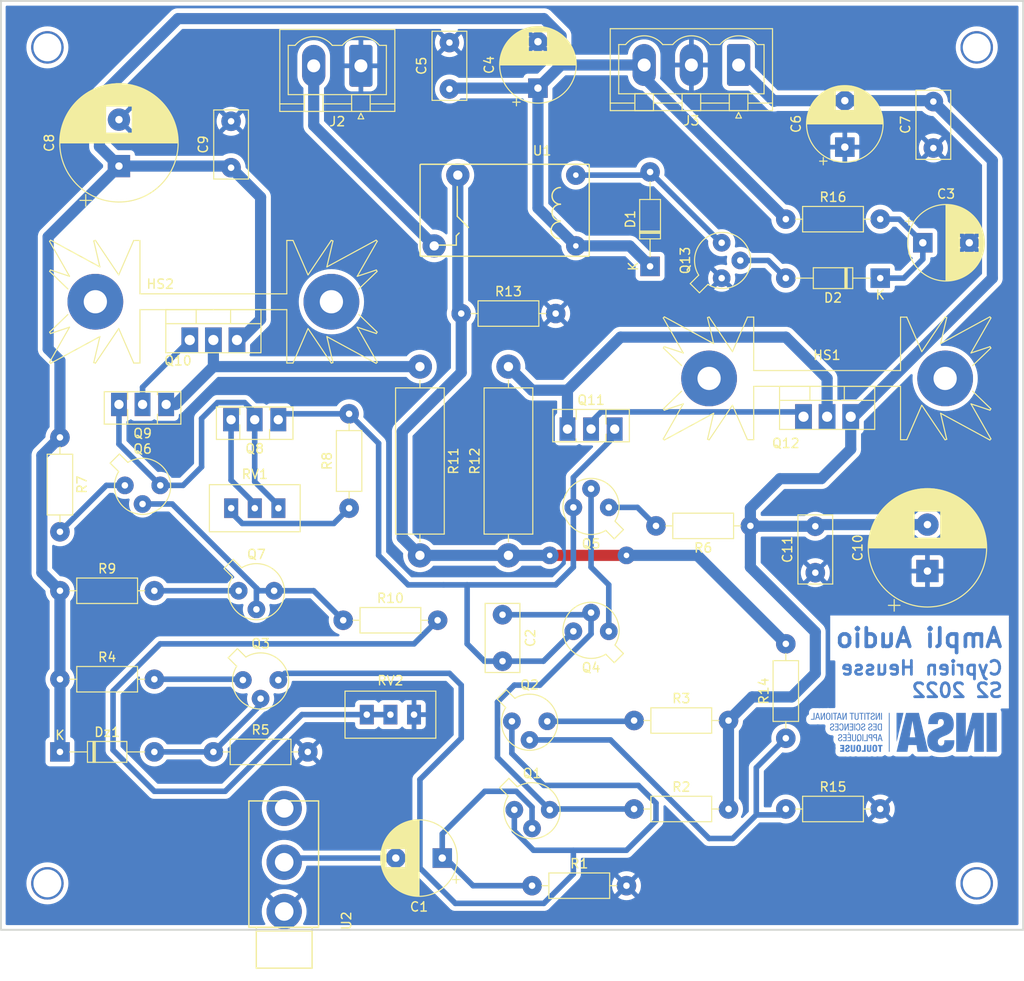
<source format=kicad_pcb>
(kicad_pcb (version 20211014) (generator pcbnew)
  (title_block (title "Amplificateur Audio") (date "2022-03-09") (rev "V1.0") (company "INSA Toulouse"))
  (layers (0 "F.Cu" signal) (31 "B.Cu" signal) (34 "B.Paste" user) (35 "F.Paste" user) (36 "B.SilkS" user "B.Silkscreen") (37 "F.SilkS" user "F.Silkscreen") (38 "B.Mask" user) (39 "F.Mask" user) (44 "Edge.Cuts" user))
  (net 0 "")
  (net 1 "Net-(C1-Pad2)")
  (net 2 "Net-(C1-Pad1)")
  (net 3 "Net-(C2-Pad1)")
  (net 4 "Net-(C2-Pad2)")
  (net 5 "GND")
  (net 6 "Net-(C3-Pad1)")
  (net 7 "+12V")
  (net 8 "-12V")
  (net 9 "Net-(D1-Pad2)")
  (net 10 "Net-(D2-Pad2)")
  (net 11 "Net-(Dz1-Pad2)")
  (net 12 "Net-(J2-Pad2)")
  (net 13 "Net-(Q1-Pad1)")
  (net 14 "Net-(Q2-Pad2)")
  (net 15 "Net-(Q2-Pad3)")
  (net 16 "Net-(Q3-Pad1)")
  (net 17 "Net-(Q4-Pad1)")
  (net 18 "Net-(Q5-Pad1)")
  (net 19 "Net-(Q6-Pad1)")
  (net 20 "Net-(Q6-Pad2)")
  (net 21 "Net-(Q6-Pad3)")
  (net 22 "Net-(Q7-Pad1)")
  (net 23 "Net-(Q8-Pad3)")
  (net 24 "Net-(Q10-Pad2)")
  (net 25 "Net-(Q10-Pad1)")
  (net 26 "Net-(Q11-Pad1)")
  (net 27 "Net-(Q11-Pad2)")
  (net 28 "Net-(R8-Pad1)")
  (net 29 "Net-(R10-Pad2)")
  (net 30 "Net-(R11-Pad2)")
  (footprint "CmpAmpliAudioTR:R_Axial_DIN0207_L6.3mm_D2.5mm_P10.16mm_Horizontal" (layer "F.Cu") (at 93.529724 102.87)
    (fp_text reference "R3")
    (fp_text value "R")
  )
  (footprint "CmpAmpliAudioTR:TO-18-3" (layer "F.Cu") (at 52.07 98.609724)
    (fp_text reference "Q3")
    (fp_text value "2N2907")
  )
  (footprint "CmpAmpliAudioTR:TO-18-3" (layer "F.Cu") (at 90.17 93.160276 180)
    (fp_text reference "Q4")
    (fp_text value "2N2222")
  )
  (footprint "CmpAmpliAudioTR:Jack_35RAPC2AV" (layer "F.Cu") (at 55.88 125.5275 90)
    (fp_text reference "U2")
    (fp_text value "Jack_Mono")
  )
  (footprint "CmpAmpliAudioTR:TO-126-3_Vertical" (layer "F.Cu") (at 86.36 71.495)
    (fp_text reference "Q11")
    (fp_text value "BD138")
  )
  (footprint "CmpAmpliAudioTR:R_Axial_DIN0207_L6.3mm_D2.5mm_P10.16mm_Horizontal" (layer "F.Cu") (at 82.55 120.65)
    (fp_text reference "R1")
    (fp_text value "R")
  )
  (footprint "CmpAmpliAudioTR:R_Axial_DIN0516_L15.5mm_D5.0mm_P20.32mm_Horizontal" (layer "F.Cu") (at 80.01 85.09 90)
    (fp_text reference "R12")
    (fp_text value "R")
  )
  (footprint "CmpAmpliAudioTR:C_Rect_L7.2mm_W3.5mm_P5.00mm_FKS2_FKP2_MKS2_MKP2" (layer "F.Cu") (at 113.03 86.955 90)
    (fp_text reference "C11")
    (fp_text value "100n")
  )
  (footprint "CmpAmpliAudioTR:TO-18-3" (layer "F.Cu") (at 103.054724 54.61 90)
    (fp_text reference "Q13")
    (fp_text value "2N2222")
  )
  (footprint "CmpAmpliAudioTR:C_Rect_L7.2mm_W3.5mm_P5.00mm_FKS2_FKP2_MKS2_MKP2" (layer "F.Cu") (at 50.165 43.356041 90)
    (fp_text reference "C9")
    (fp_text value "100n")
  )
  (footprint "CmpAmpliAudioTR:D_DO-35_SOD27_P10.16mm_Horizontal" (layer "F.Cu") (at 120.015 55.245 180)
    (fp_text reference "D2")
    (fp_text value "D_Zener")
  )
  (footprint "CmpAmpliAudioTR:C_Rect_L7.2mm_W3.5mm_P5.00mm_FKS2_FKP2_MKS2_MKP2" (layer "F.Cu") (at 73.66 34.885 90)
    (fp_text reference "C5")
    (fp_text value "100n")
  )
  (footprint "CmpAmpliAudioTR:R_Axial_DIN0207_L6.3mm_D2.5mm_P10.16mm_Horizontal" (layer "F.Cu") (at 109.855 112.395)
    (fp_text reference "R15")
    (fp_text value "R")
  )
  (footprint "CmpAmpliAudioTR:Relais_112LMH2" (layer "F.Cu") (at 112.3275 34.6275 180)
    (fp_text reference "U1")
    (fp_text value "Relay_1CT")
  )
  (footprint "CmpAmpliAudioTR:CP_Radial_D8.0mm_P5.00mm" (layer "F.Cu") (at 124.597349 51.435)
    (fp_text reference "C3")
    (fp_text value "100u")
  )
  (footprint "CmpAmpliAudioTR:CP_Radial_D12.5mm_P5.00mm" (layer "F.Cu") (at 38.1 43.18 90)
    (fp_text reference "C8")
    (fp_text value "470u")
  )
  (footprint "CmpAmpliAudioTR:TO-220-3_Vertical" (layer "F.Cu") (at 111.76 70.16)
    (fp_text reference "Q12")
    (fp_text value "TIP31")
  )
  (footprint "CmpAmpliAudioTR:Potentiometer_Bourns_3296W_Vertical" (layer "F.Cu") (at 69.85 102.235)
    (fp_text reference "RV2")
    (fp_text value "R_POT")
  )
  (footprint "CmpAmpliAudioTR:D_DO-35_SOD27_P10.16mm_Horizontal" (layer "F.Cu") (at 95.25 53.975 90)
    (fp_text reference "D1")
    (fp_text value "1N4148")
  )
  (footprint "CmpAmpliAudioTR:R_Axial_DIN0207_L6.3mm_D2.5mm_P10.16mm_Horizontal" (layer "F.Cu") (at 62.865 80.01 90)
    (fp_text reference "R8")
    (fp_text value "R")
  )
  (footprint "CmpAmpliAudioTR:R_Axial_DIN0207_L6.3mm_D2.5mm_P10.16mm_Horizontal" (layer "F.Cu") (at 31.75 88.9)
    (fp_text reference "R9")
    (fp_text value "R")
  )
  (footprint "CmpAmpliAudioTR:PhoenixContact_MSTBVA_2,5_2-G-5,08_1x02_P5.08mm_Vertical" (layer "F.Cu") (at 64.135 32.385 180)
    (fp_text reference "J2")
    (fp_text value "Conn_01x02")
  )
  (footprint "CmpAmpliAudioTR:R_Axial_DIN0207_L6.3mm_D2.5mm_P10.16mm_Horizontal" (layer "F.Cu") (at 109.855 104.775 90)
    (fp_text reference "R14")
    (fp_text value "R")
  )
  (footprint "CmpAmpliAudioTR:TO-18-3" (layer "F.Cu") (at 81.014448 103.054724)
    (fp_text reference "Q2")
    (fp_text value "2N2907")
  )
  (footprint "CmpAmpliAudioTR:R_Axial_DIN0207_L6.3mm_D2.5mm_P10.16mm_Horizontal" (layer "F.Cu") (at 31.75 72.39 -90)
    (fp_text reference "R7")
    (fp_text value "R")
  )
  (footprint "CmpAmpliAudioTR:TO-126-3_Vertical" (layer "F.Cu") (at 55.245 70.485 180)
    (fp_text reference "Q8")
    (fp_text value "BD139")
  )
  (footprint "CmpAmpliAudioTR:CP_Radial_D8.0mm_P5.00mm" (layer "F.Cu") (at 72.887651 117.6775 180)
    (fp_text reference "C1")
    (fp_text value "47u")
  )
  (footprint "CmpAmpliAudioTR:C_Rect_L7.2mm_W3.5mm_P5.00mm_FKS2_FKP2_MKS2_MKP2" (layer "F.Cu") (at 79.375 91.48 -90)
    (fp_text reference "C2")
    (fp_text value "C")
  )
  (footprint "CmpAmpliAudioTR:CP_Radial_D8.0mm_P5.00mm" (layer "F.Cu") (at 116.205 41.137651 90)
    (fp_text reference "C6")
    (fp_text value "10u")
  )
  (footprint "CmpAmpliAudioTR:R_Axial_DIN0207_L6.3mm_D2.5mm_P10.16mm_Horizontal" (layer "F.Cu") (at 31.75 98.425)
    (fp_text reference "R4")
    (fp_text value "R")
  )
  (footprint "CmpAmpliAudioTR:R_Axial_DIN0207_L6.3mm_D2.5mm_P10.16mm_Horizontal" (layer "F.Cu") (at 74.93 59.055)
    (fp_text reference "R13")
    (fp_text value "R")
  )
  (footprint "CmpAmpliAudioTR:TO-18-3" (layer "F.Cu") (at 81.28 112.579724)
    (fp_text reference "Q1")
    (fp_text value "2N2907")
  )
  (footprint "CmpAmpliAudioTR:D_DO-35_SOD27_P10.16mm_Horizontal" (layer "F.Cu") (at 31.75 106.2475)
    (fp_text reference "Dz1")
    (fp_text value "BZX55C5V1")
  )
  (footprint "CmpAmpliAudioTR:R_Axial_DIN0207_L6.3mm_D2.5mm_P10.16mm_Horizontal" (layer "F.Cu") (at 109.855 48.895)
    (fp_text reference "R16")
    (fp_text value "R")
  )
  (footprint "CmpAmpliAudioTR:Heatsink_Fischer_SK104-STC-STIC_35x13mm_2xDrill2.5mm" (layer "F.Cu") (at 48.26 57.785)
    (fp_text reference "HS2")
    (fp_text value "Heatsink")
  )
  (footprint "CmpAmpliAudioTR:TO-18-3" (layer "F.Cu") (at 39.37 77.654724)
    (fp_text reference "Q6")
    (fp_text value "2N2907")
  )
  (footprint "CmpAmpliAudioTR:TO-220-3_Vertical" (layer "F.Cu") (at 45.72 61.905)
    (fp_text reference "Q10")
    (fp_text value "TIP32")
  )
  (footprint "CmpAmpliAudioTR:Potentiometer_Bourns_3296W_Vertical" (layer "F.Cu") (at 55.255 80.01)
    (fp_text reference "RV1")
    (fp_text value "R_POT")
  )
  (footprint "CmpAmpliAudioTR:TO-18-3" (layer "F.Cu") (at 90.17 79.825276 180)
    (fp_text reference "Q5")
    (fp_text value "2N2222")
  )
  (footprint "CmpAmpliAudioTR:R_Axial_DIN0207_L6.3mm_D2.5mm_P10.16mm_Horizontal" (layer "F.Cu") (at 106.045 81.915 180)
    (fp_text reference "R6")
    (fp_text value "R")
  )
  (footprint "CmpAmpliAudioTR:PhoenixContact_MSTBVA_2,5_3-G-5,08_1x03_P5.08mm_Vertical" (layer "F.Cu") (at 104.775 32.2975 180)
    (fp_text reference "J3")
    (fp_text value "Conn_01x03")
  )
  (footprint "CmpAmpliAudioTR:TO-18-3" (layer "F.Cu") (at 51.619724 89)
    (fp_text reference "Q7")
    (fp_text value "2N2907")
  )
  (footprint "CmpAmpliAudioTR:CP_Radial_D12.5mm_P5.00mm" (layer "F.Cu") (at 125.095 86.778959 90)
    (fp_text reference "C10")
    (fp_text value "470u")
  )
  (footprint "CmpAmpliAudioTR:R_Axial_DIN0207_L6.3mm_D2.5mm_P10.16mm_Horizontal" (layer "F.Cu") (at 62.23 92.075)
    (fp_text reference "R10")
    (fp_text value "R")
  )
  (footprint "CmpAmpliAudioTR:Heatsink_Fischer_SK104-STC-STIC_35x13mm_2xDrill2.5mm" (layer "F.Cu") (at 114.3 66.04)
    (fp_text reference "HS1")
    (fp_text value "Heatsink")
  )
  (footprint "CmpAmpliAudioTR:R_Axial_DIN0207_L6.3mm_D2.5mm_P10.16mm_Horizontal" (layer "F.Cu") (at 48.26 106.2475)
    (fp_text reference "R5")
    (fp_text value "R")
  )
  (footprint "CmpAmpliAudioTR:R_Axial_DIN0516_L15.5mm_D5.0mm_P20.32mm_Horizontal" (layer "F.Cu") (at 70.485 64.77 -90)
    (fp_text reference "R11")
    (fp_text value "R")
  )
  (footprint "CmpAmpliAudioTR:TO-126-3_Vertical" (layer "F.Cu") (at 43.18 68.84 180)
    (fp_text reference "Q9")
    (fp_text value "BD139")
  )
  (footprint "CmpAmpliAudioTR:R_Axial_DIN0207_L6.3mm_D2.5mm_P10.16mm_Horizontal" (layer "F.Cu") (at 93.529724 112.395)
    (fp_text reference "R2")
    (fp_text value "R")
  )
  (footprint "CmpAmpliAudioTR:CP_Radial_D8.0mm_P5.00mm" (layer "F.Cu") (at 83.185 34.787651 90)
    (fp_text reference "C4")
    (fp_text value "10u")
  )
  (footprint "CmpAmpliAudioTR:C_Rect_L7.2mm_W3.5mm_P5.00mm_FKS2_FKP2_MKS2_MKP2" (layer "F.Cu") (at 125.73 41.235 90)
    (fp_text reference "C7")
    (fp_text value "100n")
  )
  (footprint "CmpAmpliAudioTR:INSA_Toulouse" (layer "B.Cu") (at 124.463944 99.689212 180)
    (fp_text reference "REF**" hide)
    (fp_text value "INSA_Toulouse")
  )
  (gr_rect (start 25.4 25.4) (end 135.4 125.4) (layer "Edge.Cuts") (width 0.2) (fill none))
  (gr_text "Cyprien Heusse\nS2 2022" (at 133.35 98.425) (layer "B.Cu") (effects (font (size 1.5 1.5) (thickness 0.3)) (justify left mirror)))
  (gr_text "Ampli Audio" (at 133.35 93.98) (layer "B.Cu") (effects (font (size 2 2) (thickness 0.4)) (justify left mirror)))
  (via (at 30.4 30.4) (size 3.5) (drill 3) (layers "F.Cu" "B.Cu") (net 0))
  (via (at 130.4 120.4) (size 3.5) (drill 3) (layers "F.Cu" "B.Cu") (net 0))
  (via (at 30.4 120.4) (size 3.5) (drill 3) (layers "F.Cu" "B.Cu") (net 0))
  (via (at 130.4 30.4) (size 3.5) (drill 3) (layers "F.Cu" "B.Cu") (net 0))
  (segment (start 56.33 117.6775) (end 55.88 118.1275) (width 0.6) (layer "B.Cu") (net 1))
  (segment (start 67.887651 117.6775) (end 56.33 117.6775) (width 0.6) (layer "B.Cu") (net 1))
  (segment (start 72.887651 115.072349) (end 72.887651 117.6775) (width 0.6) (layer "B.Cu") (net 2))
  (segment (start 73.2275 117.6775) (end 76.2 120.65) (width 0.6) (layer "B.Cu") (net 2))
  (segment (start 80.846617 110.49) (end 77.47 110.49) (width 0.6) (layer "B.Cu") (net 2))
  (segment (start 72.887651 117.6775) (end 73.2275 117.6775) (width 0.6) (layer "B.Cu") (net 2))
  (segment (start 82.55 114.484724) (end 82.55 112.193383) (width 0.6) (layer "B.Cu") (net 2))
  (segment (start 76.2 120.65) (end 82.55 120.65) (width 0.6) (layer "B.Cu") (net 2))
  (segment (start 82.55 112.193383) (end 80.846617 110.49) (width 0.6) (layer "B.Cu") (net 2))
  (segment (start 77.47 110.49) (end 72.887651 115.072349) (width 0.6) (layer "B.Cu") (net 2))
  (segment (start 79.375 91.48) (end 88.675276 91.48) (width 0.6) (layer "B.Cu") (net 3))
  (segment (start 83.386617 99.06) (end 80.645 99.06) (width 0.6) (layer "B.Cu") (net 3))
  (segment (start 84.455 112.479724) (end 78.829937 106.854661) (width 0.6) (layer "B.Cu") (net 3))
  (segment (start 88.9 91.255276) (end 88.9 93.546617) (width 0.6) (layer "B.Cu") (net 3))
  (segment (start 84.539724 112.395) (end 84.455 112.479724) (width 0.6) (layer "B.Cu") (net 3))
  (segment (start 88.675276 91.48) (end 88.9 91.255276) (width 0.6) (layer "B.Cu") (net 3))
  (segment (start 80.645 99.06) (end 78.829937 100.875063) (width 0.6) (layer "B.Cu") (net 3))
  (segment (start 78.829937 100.875063) (end 78.829937 106.854661) (width 0.6) (layer "B.Cu") (net 3))
  (segment (start 88.9 93.546617) (end 83.386617 99.06) (width 0.6) (layer "B.Cu") (net 3))
  (segment (start 93.529724 112.395) (end 84.539724 112.395) (width 0.6) (layer "B.Cu") (net 3))
  (segment (start 77.43 96.48) (end 75.565 94.615) (width 0.6) (layer "B.Cu") (net 4))
  (segment (start 75.565 88.265) (end 73.025 88.265) (width 0.6) (layer "B.Cu") (net 4))
  (segment (start 69.215 88.265) (end 73.025 88.265) (width 0.6) (layer "B.Cu") (net 4))
  (segment (start 55.88 69.85) (end 55.245 70.485) (width 0.6) (layer "B.Cu") (net 4))
  (segment (start 86.995 76.699022) (end 91.44 72.254022) (width 0.6) (layer "B.Cu") (net 4))
  (segment (start 66.04 73.025) (end 66.04 85.09) (width 0.6) (layer "B.Cu") (net 4))
  (segment (start 62.865 69.85) (end 55.88 69.85) (width 0.6) (layer "B.Cu") (net 4))
  (segment (start 66.04 85.09) (end 69.215 88.265) (width 0.6) (layer "B.Cu") (net 4))
  (segment (start 86.995 79.925276) (end 86.995 86.36) (width 0.6) (layer "B.Cu") (net 4))
  (segment (start 86.995 79.925276) (end 86.995 76.699022) (width 0.6) (layer "B.Cu") (net 4))
  (segment (start 85.09 88.265) (end 75.565 88.265) (width 0.6) (layer "B.Cu") (net 4))
  (segment (start 83.775276 96.48) (end 86.995 93.260276) (width 0.6) (layer "B.Cu") (net 4))
  (segment (start 79.375 96.48) (end 83.775276 96.48) (width 0.6) (layer "B.Cu") (net 4))
  (segment (start 86.995 86.36) (end 85.09 88.265) (width 0.6) (layer "B.Cu") (net 4))
  (segment (start 75.565 94.615) (end 75.565 88.265) (width 0.6) (layer "B.Cu") (net 4))
  (segment (start 91.44 72.254022) (end 91.44 71.495) (width 0.6) (layer "B.Cu") (net 4))
  (segment (start 62.865 69.85) (end 66.04 73.025) (width 0.6) (layer "B.Cu") (net 4))
  (segment (start 79.375 96.48) (end 77.43 96.48) (width 0.6) (layer "B.Cu") (net 4))
  (segment (start 124.597349 53.202651) (end 124.597349 51.435) (width 0.6) (layer "B.Cu") (net 6))
  (segment (start 120.015 48.895) (end 122.057349 48.895) (width 0.6) (layer "B.Cu") (net 6))
  (segment (start 122.555 55.245) (end 124.597349 53.202651) (width 0.6) (layer "B.Cu") (net 6))
  (segment (start 122.057349 48.895) (end 124.597349 51.435) (width 0.6) (layer "B.Cu") (net 6))
  (segment (start 120.015 55.245) (end 122.555 55.245) (width 0.6) (layer "B.Cu") (net 6))
  (segment (start 29.800489 86.950489) (end 29.800489 74.339511) (width 1.2) (layer "B.Cu") (net 7))
  (segment (start 83.185 34.787651) (end 73.757349 34.787651) (width 1.2) (layer "B.Cu") (net 7))
  (segment (start 83.185 47.695) (end 83.185 34.787651) (width 1.2) (layer "B.Cu") (net 7))
  (segment (start 85.675151 32.2975) (end 83.185 34.787651) (width 1.2) (layer "B.Cu") (net 7))
  (segment (start 93.0475 51.7725) (end 95.25 53.975) (width 1.2) (layer "B.Cu") (net 7))
  (segment (start 36.000489 35.754511) (end 36.000489 41.080489) (width 1.2) (layer "B.Cu") (net 7))
  (segment (start 36.000489 41.080489) (end 38.1 43.18) (width 1.2) (layer "B.Cu") (net 7))
  (segment (start 51.125 61.905) (end 53.34 59.69) (width 1.2) (layer "B.Cu") (net 7))
  (segment (start 94.615 33.655) (end 94.615 32.2975) (width 1.2) (layer "B.Cu") (net 7))
  (segment (start 53.34 59.69) (end 53.34 46.531041) (width 1.2) (layer "B.Cu") (net 7))
  (segment (start 29.800489 74.339511) (end 31.75 72.39) (width 1.2) (layer "B.Cu") (net 7))
  (segment (start 44.45 27.305) (end 83.82 27.305) (width 1.2) (layer "B.Cu") (net 7))
  (segment (start 31.75 106.2475) (end 31.75 98.425) (width 1.2) (layer "B.Cu") (net 7))
  (segment (start 109.855 48.895) (end 94.615 33.655) (width 1.2) (layer "B.Cu") (net 7))
  (segment (start 31.75 88.9) (end 31.75 98.425) (width 1.2) (layer "B.Cu") (net 7))
  (segment (start 87.2625 51.7725) (end 83.185 47.695) (width 1.2) (layer "B.Cu") (net 7))
  (segment (start 31.75 64.135) (end 30.48 62.865) (width 1.2) (layer "B.Cu") (net 7))
  (segment (start 94.615 32.2975) (end 85.675151 32.2975) (width 1.2) (layer "B.Cu") (net 7))
  (segment (start 30.48 50.8) (end 38.1 43.18) (width 1.2) (layer "B.Cu") (net 7))
  (segment (start 38.1 43.18) (end 49.988959 43.18) (width 1.2) (layer "B.Cu") (net 7))
  (segment (start 87.2625 51.7725) (end 93.0475 51.7725) (width 1.2) (layer "B.Cu") (net 7))
  (segment (start 31.75 72.39) (end 31.75 64.135) (width 1.2) (layer "B.Cu") (net 7))
  (segment (start 31.75 88.9) (end 29.800489 86.950489) (width 1.2) (layer "B.Cu") (net 7))
  (segment (start 53.34 46.531041) (end 50.165 43.356041) (width 1.2) (layer "B.Cu") (net 7))
  (segment (start 44.45 27.305) (end 36.000489 35.754511) (width 1.2) (layer "B.Cu") (net 7))
  (segment (start 83.82 27.305) (end 85.675151 29.160151) (width 1.2) (layer "B.Cu") (net 7))
  (segment (start 50.8 61.905) (end 51.125 61.905) (width 1.2) (layer "B.Cu") (net 7))
  (segment (start 85.675151 29.160151) (end 85.675151 32.2975) (width 1.2) (layer "B.Cu") (net 7))
  (segment (start 49.988959 43.18) (end 50.165 43.356041) (width 1.2) (layer "B.Cu") (net 7))
  (segment (start 30.48 62.865) (end 30.48 50.8) (width 1.2) (layer "B.Cu") (net 7))
  (segment (start 73.757349 34.787651) (end 73.66 34.885) (width 1.2) (layer "B.Cu") (net 7))
  (segment (start 109.22 76.835) (end 113.665 76.835) (width 1.2) (layer "B.Cu") (net 8))
  (segment (start 113.03 97.79) (end 113.03 93.345) (width 1.2) (layer "B.Cu") (net 8))
  (segment (start 117.165 70.16) (end 116.84 70.16) (width 1.2) (layer "B.Cu") (net 8))
  (segment (start 106.085 81.955) (end 106.045 81.915) (width 1.2) (layer "B.Cu") (net 8))
  (segment (start 113.03 81.955) (end 106.085 81.955) (width 1.2) (layer "B.Cu") (net 8))
  (segment (start 113.665 76.835) (end 116.84 73.66) (width 1.2) (layer "B.Cu") (net 8))
  (segment (start 132.08 42.585) (end 132.08 55.245) (width 1.2) (layer "B.Cu") (net 8))
  (segment (start 116.205 36.137651) (end 125.632651 36.137651) (width 1.2) (layer "B.Cu") (net 8))
  (segment (start 108.585 36.195) (end 108.642349 36.137651) (width 1.2) (layer "B.Cu") (net 8))
  (segment (start 108.642349 36.137651) (end 116.205 36.137651) (width 1.2) (layer "B.Cu") (net 8))
  (segment (start 106.045 80.01) (end 109.22 76.835) (width 1.2) (layer "B.Cu") (net 8))
  (segment (start 125.095 81.778959) (end 113.206041 81.778959) (width 1.2) (layer "B.Cu") (net 8))
  (segment (start 113.03 93.345) (end 106.045 86.36) (width 1.2) (layer "B.Cu") (net 8))
  (segment (start 132.08 55.245) (end 117.165 70.16) (width 1.2) (layer "B.Cu") (net 8))
  (segment (start 113.206041 81.778959) (end 113.03 81.955) (width 1.2) (layer "B.Cu") (net 8))
  (segment (start 106.045 86.36) (end 106.045 81.915) (width 1.2) (layer "B.Cu") (net 8))
  (segment (start 110.49 100.33) (end 113.03 97.79) (width 1.2) (layer "B.Cu") (net 8))
  (segment (start 106.229724 100.33) (end 110.49 100.33) (width 1.2) (layer "B.Cu") (net 8))
  (segment (start 104.775 32.2975) (end 104.775 32.385) (width 1.2) (layer "B.Cu") (net 8))
  (segment (start 104.775 32.385) (end 108.585 36.195) (width 1.2) (layer "B.Cu") (net 8))
  (segment (start 103.689724 102.87) (end 106.229724 100.33) (width 1.2) (layer "B.Cu") (net 8))
  (segment (start 125.73 36.235) (end 132.08 42.585) (width 1.2) (layer "B.Cu") (net 8))
  (segment (start 106.045 81.915) (end 106.045 80.01) (width 1.2) (layer "B.Cu") (net 8))
  (segment (start 116.84 73.66) (end 116.84 70.16) (width 1.2) (layer "B.Cu") (net 8))
  (segment (start 125.632651 36.137651) (end 125.73 36.235) (width 1.2) (layer "B.Cu") (net 8))
  (segment (start 103.689724 102.87) (end 103.689724 112.395) (width 1.2) (layer "B.Cu") (net 8))
  (segment (start 102.87 51.435) (end 102.954724 51.435) (width 0.6) (layer "B.Cu") (net 9))
  (segment (start 87.2625 44.1525) (end 94.9125 44.1525) (width 0.6) (layer "B.Cu") (net 9))
  (segment (start 95.25 43.815) (end 102.87 51.435) (width 0.6) (layer "B.Cu") (net 9))
  (segment (start 94.9125 44.1525) (end 95.25 43.815) (width 0.6) (layer "B.Cu") (net 9))
  (segment (start 107.95 53.34) (end 109.855 55.245) (width 0.6) (layer "B.Cu") (net 10))
  (segment (start 104.959724 53.34) (end 107.95 53.34) (width 0.6) (layer "B.Cu") (net 10))
  (segment (start 41.91 106.2475) (end 48.26 106.2475) (width 0.6) (layer "B.Cu") (net 11))
  (segment (start 48.26 106.2475) (end 53.34 101.1675) (width 0.6) (layer "B.Cu") (net 11))
  (segment (start 53.34 101.1675) (end 53.34 100.514724) (width 0.6) (layer "B.Cu") (net 11))
  (segment (start 59.055 32.385) (end 59.055 38.805) (width 1.2) (layer "B.Cu") (net 12))
  (segment (start 59.055 38.805) (end 72.0225 51.7725) (width 1.2) (layer "B.Cu") (net 12))
  (segment (start 74.93 104.775) (end 74.93 99.06) (width 0.6) (layer "B.Cu") (net 13))
  (segment (start 70.485 118.745) (end 70.485 109.22) (width 0.6) (layer "B.Cu") (net 13))
  (segment (start 74.93 99.06) (end 73.66 97.79) (width 0.6) (layer "B.Cu") (net 13))
  (segment (start 93.98 109.855) (end 95.885 111.76) (width 0.6) (layer "B.Cu") (net 13))
  (segment (start 82.713935 116.84) (end 86.995 116.84) (width 0.6) (layer "B.Cu") (net 13))
  (segment (start 80.645 112.479724) (end 80.645 114.771065) (width 0.6) (layer "B.Cu") (net 13))
  (segment (start 86.995 119.38) (end 83.82 122.555) (width 0.6) (layer "B.Cu") (net 13))
  (segment (start 95.885 111.76) (end 95.885 113.665) (width 0.6) (layer "B.Cu") (net 13))
  (segment (start 73.66 97.79) (end 55.964724 97.79) (width 0.6) (layer "B.Cu") (net 13))
  (segment (start 80.379448 106.414448) (end 83.82 109.855) (width 0.6) (layer "B.Cu") (net 13))
  (segment (start 83.82 109.855) (end 93.98 109.855) (width 0.6) (layer "B.Cu") (net 13))
  (segment (start 80.379448 102.954724) (end 80.379448 106.414448) (width 0.6) (layer "B.Cu") (net 13))
  (segment (start 92.71 116.84) (end 86.995 116.84) (width 0.6) (layer "B.Cu") (net 13))
  (segment (start 86.995 116.84) (end 86.995 119.38) (width 0.6) (layer "B.Cu") (net 13))
  (segment (start 95.885 113.665) (end 92.71 116.84) (width 0.6) (layer "B.Cu") (net 13))
  (segment (start 80.645 114.771065) (end 82.713935 116.84) (width 0.6) (layer "B.Cu") (net 13))
  (segment (start 55.964724 97.79) (end 55.245 98.509724) (width 0.6) (layer "B.Cu") (net 13))
  (segment (start 74.295 122.555) (end 70.485 118.745) (width 0.6) (layer "B.Cu") (net 13))
  (segment (start 83.82 122.555) (end 74.295 122.555) (width 0.6) (layer "B.Cu") (net 13))
  (segment (start 70.485 109.22) (end 74.93 104.775) (width 0.6) (layer "B.Cu") (net 13))
  (segment (start 106.68 107.95) (end 106.68 113.03) (width 0.6) (layer "B.Cu") (net 14))
  (segment (start 104.14 115.57) (end 101.6 115.57) (width 0.6) (layer "B.Cu") (net 14))
  (segment (start 101.6 115.57) (end 90.989724 104.959724) (width 0.6) (layer "B.Cu") (net 14))
  (segment (start 109.22 113.03) (end 109.855 112.395) (width 0.6) (layer "B.Cu") (net 14))
  (segment (start 109.855 104.775) (end 106.68 107.95) (width 0.6) (layer "B.Cu") (net 14))
  (segment (start 90.989724 104.959724) (end 82.284448 104.959724) (width 0.6) (layer "B.Cu") (net 14))
  (segment (start 106.68 113.03) (end 104.14 115.57) (width 0.6) (layer "B.Cu") (net 14))
  (segment (start 106.68 113.03) (end 109.22 113.03) (width 0.6) (layer "B.Cu") (net 14))
  (segment (start 93.445 102.954724) (end 93.529724 102.87) (width 0.6) (layer "B.Cu") (net 15))
  (segment (start 84.189448 102.954724) (end 93.445 102.954724) (width 0.6) (layer "B.Cu") (net 15))
  (segment (start 51.350276 98.425) (end 51.435 98.509724) (width 0.6) (layer "B.Cu") (net 16))
  (segment (start 41.91 98.425) (end 51.350276 98.425) (width 0.6) (layer "B.Cu") (net 16))
  (segment (start 88.9 77.920276) (end 88.9 86.36) (width 0.6) (layer "B.Cu") (net 17))
  (segment (start 90.805 88.265) (end 90.805 93.260276) (width 0.6) (layer "B.Cu") (net 17))
  (segment (start 88.9 86.36) (end 90.805 88.265) (width 0.6) (layer "B.Cu") (net 17))
  (segment (start 93.895276 79.925276) (end 95.885 81.915) (width 0.6) (layer "B.Cu") (net 18))
  (segment (start 90.805 79.925276) (end 93.895276 79.925276) (width 0.6) (layer "B.Cu") (net 18))
  (segment (start 31.75 82.55) (end 36.745276 77.554724) (width 0.6) (layer "B.Cu") (net 19))
  (segment (start 36.745276 77.554724) (end 38.735 77.554724) (width 0.6) (layer "B.Cu") (net 19))
  (segment (start 43.835789 79.559724) (end 40.64 79.559724) (width 0.6) (layer "B.Cu") (net 20))
  (segment (start 59.055 88.9) (end 62.23 92.075) (width 0.6) (layer "B.Cu") (net 20))
  (segment (start 54.794724 88.9) (end 53.176065 88.9) (width 0.6) (layer "B.Cu") (net 20))
  (segment (start 52.889724 90.905) (end 52.889724 88.613659) (width 0.6) (layer "B.Cu") (net 20))
  (segment (start 54.794724 88.9) (end 59.055 88.9) (width 0.6) (layer "B.Cu") (net 20))
  (segment (start 52.889724 88.613659) (end 43.835789 79.559724) (width 0.6) (layer "B.Cu") (net 20))
  (segment (start 53.176065 88.9) (end 52.889724 88.613659) (width 0.6) (layer "B.Cu") (net 20))
  (segment (start 51.614511 68.635489) (end 52.705 69.725978) (width 0.6) (layer "B.Cu") (net 21))
  (segment (start 38.1 68.84) (end 38.1 73.109724) (width 0.6) (layer "B.Cu") (net 21))
  (segment (start 48.715489 68.635489) (end 51.614511 68.635489) (width 0.6) (layer "B.Cu") (net 21))
  (segment (start 45.000276 77.554724) (end 46.99 75.565) (width 0.6) (layer "B.Cu") (net 21))
  (segment (start 52.705 70.485) (end 52.705 77.16) (width 0.6) (layer "B.Cu") (net 21))
  (segment (start 46.99 75.565) (end 46.99 70.360978) (width 0.6) (layer "B.Cu") (net 21))
  (segment (start 46.99 70.360978) (end 48.715489 68.635489) (width 0.6) (layer "B.Cu") (net 21))
  (segment (start 52.705 77.16) (end 55.255 79.71) (width 0.6) (layer "B.Cu") (net 21))
  (segment (start 55.255 79.71) (end 55.255 80.01) (width 0.6) (layer "B.Cu") (net 21))
  (segment (start 42.545 77.554724) (end 45.000276 77.554724) (width 0.6) (layer "B.Cu") (net 21))
  (segment (start 52.705 69.725978) (end 52.705 70.485) (width 0.6) (layer "B.Cu") (net 21))
  (segment (start 38.1 73.109724) (end 42.545 77.554724) (width 0.6) (layer "B.Cu") (net 21))
  (segment (start 41.91 88.9) (end 50.984724 88.9) (width 0.6) (layer "B.Cu") (net 22))
  (segment (start 50.165 70.485) (end 50.165 77.000978) (width 0.6) (layer "B.Cu") (net 23))
  (segment (start 50.165 77.000978) (end 52.715 79.550978) (width 0.6) (layer "B.Cu") (net 23))
  (segment (start 52.715 79.550978) (end 52.715 80.01) (width 0.6) (layer "B.Cu") (net 23))
  (segment (start 43.18 68.84) (end 44.19 68.84) (width 1.2) (layer "B.Cu") (net 24))
  (segment (start 48.26 64.77) (end 48.26 61.905) (width 1.2) (layer "B.Cu") (net 24))
  (segment (start 44.19 68.84) (end 48.26 64.77) (width 1.2) (layer "B.Cu") (net 24))
  (segment (start 48.26 64.77) (end 70.485 64.77) (width 1.2) (layer "B.Cu") (net 24))
  (segment (start 40.64 66.985) (end 40.64 68.84) (width 0.6) (layer "B.Cu") (net 25))
  (segment (start 45.72 61.905) (end 40.64 66.985) (width 0.6) (layer "B.Cu") (net 25))
  (segment (start 80.01 64.77) (end 82.55 67.31) (width 1.2) (layer "B.Cu") (net 26))
  (segment (start 86.36 71.495) (end 86.36 67.31) (width 1.2) (layer "B.Cu") (net 26))
  (segment (start 109.855 61.595) (end 114.3 66.04) (width 1.2) (layer "B.Cu") (net 26))
  (segment (start 92.075 61.595) (end 109.855 61.595) (width 1.2) (layer "B.Cu") (net 26))
  (segment (start 86.36 67.31) (end 92.075 61.595) (width 1.2) (layer "B.Cu") (net 26))
  (segment (start 114.3 66.04) (end 114.3 70.16) (width 1.2) (layer "B.Cu") (net 26))
  (segment (start 82.55 67.31) (end 86.36 67.31) (width 1.2) (layer "B.Cu") (net 26))
  (segment (start 89.990489 69.645489) (end 88.9 70.735978) (width 0.6) (layer "B.Cu") (net 27))
  (segment (start 111.76 70.16) (end 111.245489 69.645489) (width 0.6) (layer "B.Cu") (net 27))
  (segment (start 88.9 70.735978) (end 88.9 71.495) (width 0.6) (layer "B.Cu") (net 27))
  (segment (start 111.245489 69.645489) (end 89.990489 69.645489) (width 0.6) (layer "B.Cu") (net 27))
  (segment (start 51.365489 81.659511) (end 50.175 80.469022) (width 0.6) (layer "B.Cu") (net 28))
  (segment (start 50.175 80.469022) (end 50.175 80.01) (width 0.6) (layer "B.Cu") (net 28))
  (segment (start 61.215489 81.659511) (end 51.365489 81.659511) (width 0.6) (layer "B.Cu") (net 28))
  (segment (start 62.865 80.01) (end 61.215489 81.659511) (width 0.6) (layer "B.Cu") (net 28))
  (segment (start 69.85 94.615) (end 42.545 94.615) (width 0.6) (layer "B.Cu") (net 29))
  (segment (start 57.785 102.235) (end 64.77 102.235) (width 0.6) (layer "B.Cu") (net 29))
  (segment (start 37.465 106.045) (end 41.91 110.49) (width 0.6) (layer "B.Cu") (net 29))
  (segment (start 67.31 102.235) (end 64.77 102.235) (width 0.6) (layer "B.Cu") (net 29))
  (segment (start 72.39 92.075) (end 69.85 94.615) (width 0.6) (layer "B.Cu") (net 29))
  (segment (start 37.465 99.695) (end 37.465 106.045) (width 0.6) (layer "B.Cu") (net 29))
  (segment (start 42.545 94.615) (end 37.465 99.695) (width 0.6) (layer "B.Cu") (net 29))
  (segment (start 41.91 110.49) (end 49.53 110.49) (width 0.6) (layer "B.Cu") (net 29))
  (segment (start 49.53 110.49) (end 57.785 102.235) (width 0.6) (layer "B.Cu") (net 29))
  (segment (start 84.455 85.09) (end 92.71 85.09) (width 1.2) (layer "F.Cu") (net 30))
  (via (at 92.71 85.09) (size 1.9) (drill 0.6) (layers "F.Cu" "B.Cu") (net 30))
  (via (at 84.455 85.09) (size 1.9) (drill 0.6) (layers "F.Cu" "B.Cu") (net 30))
  (segment (start 70.485 85.09) (end 80.01 85.09) (width 1.2) (layer "B.Cu") (net 30))
  (segment (start 83.82 85.09) (end 84.455 85.09) (width 1.2) (layer "B.Cu") (net 30))
  (segment (start 74.93 65.405) (end 74.93 59.055) (width 1.2) (layer "B.Cu") (net 30))
  (segment (start 100.33 85.09) (end 109.855 94.615) (width 1.2) (layer "B.Cu") (net 30))
  (segment (start 92.71 85.09) (end 100.33 85.09) (width 1.2) (layer "B.Cu") (net 30))
  (segment (start 70.485 85.09) (end 68.58 83.185) (width 1.2) (layer "B.Cu") (net 30))
  (segment (start 80.01 85.09) (end 83.82 85.09) (width 1.2) (layer "B.Cu") (net 30))
  (segment (start 68.58 83.185) (end 68.58 71.755) (width 1.2) (layer "B.Cu") (net 30))
  (segment (start 68.58 71.755) (end 74.93 65.405) (width 1.2) (layer "B.Cu") (net 30))
  (segment (start 74.5625 58.6875) (end 74.93 59.055) (width 1.2) (layer "B.Cu") (net 30))
  (segment (start 74.5625 44.1525) (end 74.5625 58.6875) (width 1.2) (layer "B.Cu") (net 30))
  (zone (net 5) (net_name "GND") (layer "B.Cu") (connect_pads (clearance 0.508)) (min_thickness 0.254) (fill yes (thermal_gap 0.508) (thermal_bridge_width 0.508))
    (polygon (pts (xy 135.255 125.095) (xy 25.4 125.095) (xy 25.4 25.4) (xy 135.255 25.4)))
  )
)
</source>
